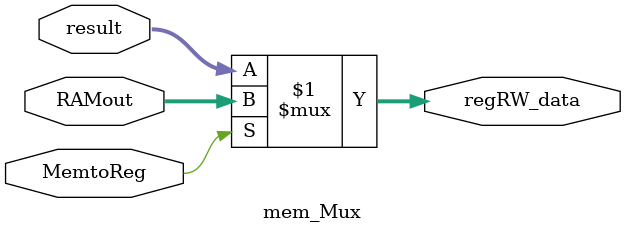
<source format=v>
module mem_Mux(MemtoReg, result, RAMout, regRW_data);

input MemtoReg;
input [31:0] result;
input [31:0] RAMout;

output [31:0] regRW_data;

assign regRW_data= MemtoReg?RAMout:result;
/*
always @(MemtoReg) begin
case(MemtoReg)

1'b0: regRW_data <= RAMout; //SW
1'b1: regRW_data <= result; //Arithmetic
 
endcase
end
*/
/*
always @(MemtoReg) begin

if(MemtoReg == 1) begin
regRW_data <= result;
end else begin
regRW_data <= RAMout;
end

end*/

endmodule 
</source>
